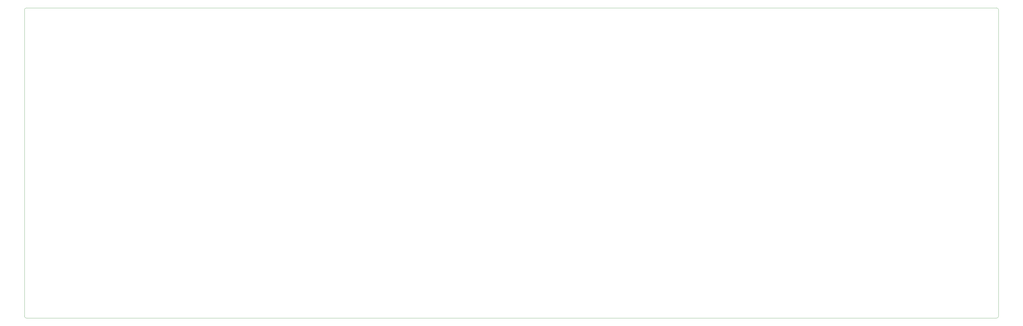
<source format=gm1>
G04 #@! TF.GenerationSoftware,KiCad,Pcbnew,(5.99.0-1278-g350696ecd)*
G04 #@! TF.CreationDate,2020-05-04T20:37:45-07:00*
G04 #@! TF.ProjectId,Keyboard - 100 Key Custom,4b657962-6f61-4726-9420-2d2031303020,rev?*
G04 #@! TF.SameCoordinates,Original*
G04 #@! TF.FileFunction,Profile,NP*
%FSLAX46Y46*%
G04 Gerber Fmt 4.6, Leading zero omitted, Abs format (unit mm)*
G04 Created by KiCad (PCBNEW (5.99.0-1278-g350696ecd)) date 2020-05-04 20:37:45*
%MOMM*%
%LPD*%
G01*
G04 APERTURE LIST*
G04 #@! TA.AperFunction,Profile*
%ADD10C,0.050000*%
G04 #@! TD*
G04 APERTURE END LIST*
D10*
X377825000Y-15081250D02*
G75*
G02*
X378618750Y-15875000I0J-793750D01*
G01*
X378618750Y-130175000D02*
G75*
G02*
X377825000Y-130968750I-793750J0D01*
G01*
X15875000Y-130968750D02*
G75*
G02*
X15081250Y-130175000I0J793750D01*
G01*
X377825000Y-15081250D02*
X15875000Y-15081250D01*
X15081250Y-15875000D02*
G75*
G02*
X15875000Y-15081250I793750J0D01*
G01*
X378618750Y-130175000D02*
X378618750Y-15875000D01*
X15875000Y-130968750D02*
X377825000Y-130968750D01*
X15081250Y-15875000D02*
X15081250Y-130175000D01*
M02*

</source>
